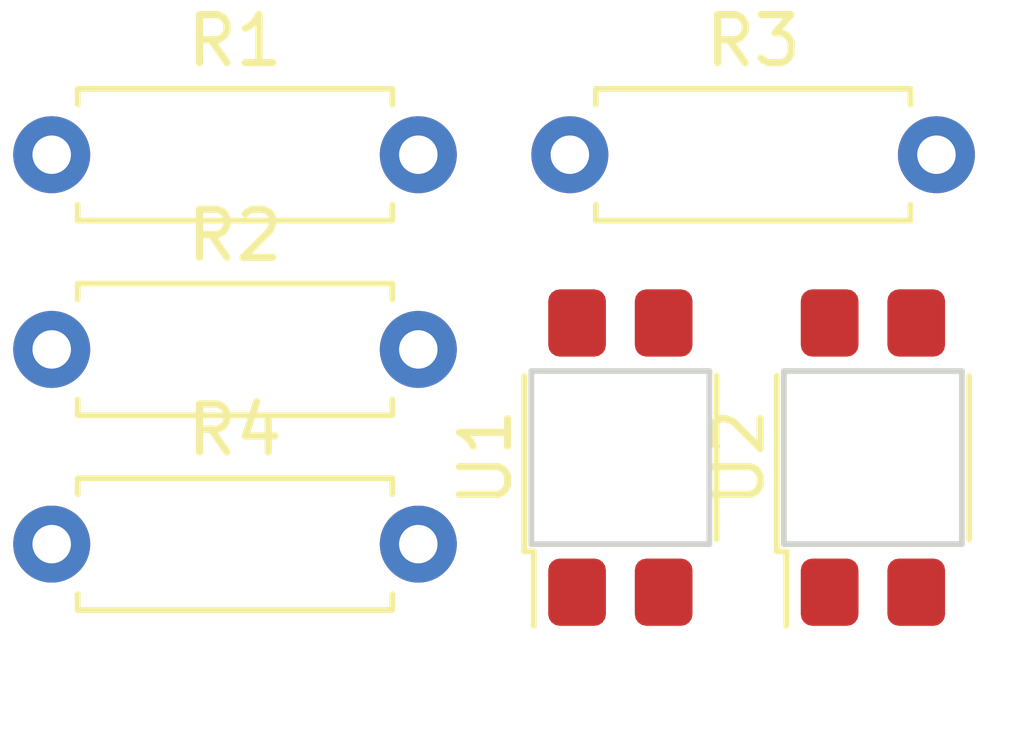
<source format=kicad_pcb>
(kicad_pcb (version 20171130) (host pcbnew 5.1.5+dfsg1-2build2)

  (general
    (thickness 1.6)
    (drawings 0)
    (tracks 0)
    (zones 0)
    (modules 6)
    (nets 7)
  )

  (page A4)
  (layers
    (0 F.Cu signal)
    (31 B.Cu signal)
    (32 B.Adhes user)
    (33 F.Adhes user)
    (34 B.Paste user)
    (35 F.Paste user)
    (36 B.SilkS user)
    (37 F.SilkS user)
    (38 B.Mask user)
    (39 F.Mask user)
    (40 Dwgs.User user)
    (41 Cmts.User user)
    (42 Eco1.User user)
    (43 Eco2.User user)
    (44 Edge.Cuts user)
    (45 Margin user)
    (46 B.CrtYd user)
    (47 F.CrtYd user)
    (48 B.Fab user)
    (49 F.Fab user)
  )

  (setup
    (last_trace_width 0.25)
    (trace_clearance 0.2)
    (zone_clearance 0.508)
    (zone_45_only no)
    (trace_min 0.2)
    (via_size 0.8)
    (via_drill 0.4)
    (via_min_size 0.4)
    (via_min_drill 0.3)
    (uvia_size 0.3)
    (uvia_drill 0.1)
    (uvias_allowed no)
    (uvia_min_size 0.2)
    (uvia_min_drill 0.1)
    (edge_width 0.05)
    (segment_width 0.2)
    (pcb_text_width 0.3)
    (pcb_text_size 1.5 1.5)
    (mod_edge_width 0.12)
    (mod_text_size 1 1)
    (mod_text_width 0.15)
    (pad_size 1.524 1.524)
    (pad_drill 0.762)
    (pad_to_mask_clearance 0.051)
    (solder_mask_min_width 0.25)
    (aux_axis_origin 0 0)
    (visible_elements FFFFFF7F)
    (pcbplotparams
      (layerselection 0x010fc_ffffffff)
      (usegerberextensions false)
      (usegerberattributes false)
      (usegerberadvancedattributes false)
      (creategerberjobfile false)
      (excludeedgelayer true)
      (linewidth 0.100000)
      (plotframeref false)
      (viasonmask false)
      (mode 1)
      (useauxorigin false)
      (hpglpennumber 1)
      (hpglpenspeed 20)
      (hpglpendiameter 15.000000)
      (psnegative false)
      (psa4output false)
      (plotreference true)
      (plotvalue true)
      (plotinvisibletext false)
      (padsonsilk false)
      (subtractmaskfromsilk false)
      (outputformat 1)
      (mirror false)
      (drillshape 1)
      (scaleselection 1)
      (outputdirectory ""))
  )

  (net 0 "")
  (net 1 "Net-(R1-Pad2)")
  (net 2 +3V3)
  (net 3 A4)
  (net 4 "Net-(R3-Pad2)")
  (net 5 A5)
  (net 6 GND)

  (net_class Default "This is the default net class."
    (clearance 0.2)
    (trace_width 0.25)
    (via_dia 0.8)
    (via_drill 0.4)
    (uvia_dia 0.3)
    (uvia_drill 0.1)
    (add_net +3V3)
    (add_net A4)
    (add_net A5)
    (add_net GND)
    (add_net "Net-(R1-Pad2)")
    (add_net "Net-(R3-Pad2)")
  )

  (module OptoDevice:Everlight_ITR8307 (layer F.Cu) (tedit 5B870839) (tstamp 5EEF8B5F)
    (at 46.145001 36.325001)
    (descr "package for Everlight ITR8307 with PCB cutout, light-direction upwards, see http://www.everlight.com/file/ProductFile/ITR8307.pdf")
    (tags "refective opto couple photo coupler")
    (path /5EEF93BB)
    (attr smd)
    (fp_text reference U2 (at -2.8 0 90) (layer F.SilkS)
      (effects (font (size 1 1) (thickness 0.15)))
    )
    (fp_text value ITR8307 (at 0 4.8) (layer F.Fab)
      (effects (font (size 1 1) (thickness 0.15)))
    )
    (fp_line (start 2.1 3.75) (end -2.1 3.75) (layer F.CrtYd) (width 0.05))
    (fp_line (start 2.1 3.75) (end 2.1 -3.75) (layer F.CrtYd) (width 0.05))
    (fp_line (start -2.1 -3.75) (end -2.1 3.75) (layer F.CrtYd) (width 0.05))
    (fp_line (start -2.1 -3.75) (end 2.1 -3.75) (layer F.CrtYd) (width 0.05))
    (fp_line (start 1.6 -1.3) (end 1.6 1.3) (layer F.Fab) (width 0.1))
    (fp_line (start 1.6 1.3) (end -1.6 1.3) (layer F.Fab) (width 0.1))
    (fp_line (start -1.6 1.3) (end -1.6 -0.8) (layer F.Fab) (width 0.1))
    (fp_line (start -1.1 -1.3) (end 1.6 -1.3) (layer F.Fab) (width 0.1))
    (fp_line (start -1.6 -0.8) (end -1.1 -1.3) (layer F.Fab) (width 0.1))
    (fp_line (start 0.5 1.3) (end 0.5 3.4) (layer F.Fab) (width 0.1))
    (fp_line (start 0.5 3.4) (end 1.3 3.4) (layer F.Fab) (width 0.1))
    (fp_line (start 1.3 3.4) (end 1.3 1.3) (layer F.Fab) (width 0.1))
    (fp_line (start -0.5 1.3) (end -0.5 3.4) (layer F.Fab) (width 0.1))
    (fp_line (start -0.5 3.4) (end -1.3 3.4) (layer F.Fab) (width 0.1))
    (fp_line (start -1.3 3.4) (end -1.3 1.3) (layer F.Fab) (width 0.1))
    (fp_line (start -1.3 -3.3) (end -1.3 -1.1) (layer F.Fab) (width 0.1))
    (fp_line (start -1.3 -3.3) (end -0.5 -3.3) (layer F.Fab) (width 0.1))
    (fp_line (start -0.5 -3.3) (end -0.5 -1.3) (layer F.Fab) (width 0.1))
    (fp_line (start 0.5 -1.3) (end 0.5 -3.3) (layer F.Fab) (width 0.1))
    (fp_line (start 0.5 -3.3) (end 1.3 -3.3) (layer F.Fab) (width 0.1))
    (fp_line (start 1.3 -3.3) (end 1.3 -1.3) (layer F.Fab) (width 0.1))
    (fp_line (start -1.85 1.8) (end -1.85 -1.8) (layer Edge.Cuts) (width 0.12))
    (fp_line (start -1.85 -1.8) (end 1.85 -1.8) (layer Edge.Cuts) (width 0.12))
    (fp_line (start 1.85 -1.8) (end 1.85 1.8) (layer Edge.Cuts) (width 0.12))
    (fp_line (start 1.85 1.8) (end -1.85 1.8) (layer Edge.Cuts) (width 0.12))
    (fp_line (start -2 1.95) (end -2 -1.7) (layer F.SilkS) (width 0.12))
    (fp_line (start -2 1.95) (end -1.8 1.95) (layer F.SilkS) (width 0.12))
    (fp_line (start -1.8 3.5) (end -1.8 1.95) (layer F.SilkS) (width 0.12))
    (fp_line (start 2 1.7) (end 2 -1.7) (layer F.SilkS) (width 0.12))
    (fp_text user %R (at 0 0.2) (layer F.Fab)
      (effects (font (size 0.75 0.75) (thickness 0.15)))
    )
    (pad 4 smd roundrect (at 0.9 -2.8) (size 1.2 1.4) (layers F.Cu F.Paste F.Mask) (roundrect_rratio 0.2)
      (net 6 GND))
    (pad 2 smd roundrect (at -0.9 -2.8) (size 1.2 1.4) (layers F.Cu F.Paste F.Mask) (roundrect_rratio 0.2)
      (net 4 "Net-(R3-Pad2)"))
    (pad 1 smd roundrect (at -0.9 2.8) (size 1.2 1.4) (layers F.Cu F.Paste F.Mask) (roundrect_rratio 0.2)
      (net 6 GND))
    (pad 3 smd roundrect (at 0.9 2.8) (size 1.2 1.4) (layers F.Cu F.Paste F.Mask) (roundrect_rratio 0.2)
      (net 5 A5))
    (model ${KISYS3DMOD}/OptoDevice.3dshapes/Everlight_ITR8307.wrl
      (at (xyz 0 0 0))
      (scale (xyz 1 1 1))
      (rotate (xyz 0 0 0))
    )
  )

  (module OptoDevice:Everlight_ITR8307 (layer F.Cu) (tedit 5B870839) (tstamp 5EEF8B39)
    (at 40.895001 36.325001)
    (descr "package for Everlight ITR8307 with PCB cutout, light-direction upwards, see http://www.everlight.com/file/ProductFile/ITR8307.pdf")
    (tags "refective opto couple photo coupler")
    (path /5EEF8A34)
    (attr smd)
    (fp_text reference U1 (at -2.8 0 90) (layer F.SilkS)
      (effects (font (size 1 1) (thickness 0.15)))
    )
    (fp_text value ITR8307 (at 0 4.8) (layer F.Fab)
      (effects (font (size 1 1) (thickness 0.15)))
    )
    (fp_line (start 2.1 3.75) (end -2.1 3.75) (layer F.CrtYd) (width 0.05))
    (fp_line (start 2.1 3.75) (end 2.1 -3.75) (layer F.CrtYd) (width 0.05))
    (fp_line (start -2.1 -3.75) (end -2.1 3.75) (layer F.CrtYd) (width 0.05))
    (fp_line (start -2.1 -3.75) (end 2.1 -3.75) (layer F.CrtYd) (width 0.05))
    (fp_line (start 1.6 -1.3) (end 1.6 1.3) (layer F.Fab) (width 0.1))
    (fp_line (start 1.6 1.3) (end -1.6 1.3) (layer F.Fab) (width 0.1))
    (fp_line (start -1.6 1.3) (end -1.6 -0.8) (layer F.Fab) (width 0.1))
    (fp_line (start -1.1 -1.3) (end 1.6 -1.3) (layer F.Fab) (width 0.1))
    (fp_line (start -1.6 -0.8) (end -1.1 -1.3) (layer F.Fab) (width 0.1))
    (fp_line (start 0.5 1.3) (end 0.5 3.4) (layer F.Fab) (width 0.1))
    (fp_line (start 0.5 3.4) (end 1.3 3.4) (layer F.Fab) (width 0.1))
    (fp_line (start 1.3 3.4) (end 1.3 1.3) (layer F.Fab) (width 0.1))
    (fp_line (start -0.5 1.3) (end -0.5 3.4) (layer F.Fab) (width 0.1))
    (fp_line (start -0.5 3.4) (end -1.3 3.4) (layer F.Fab) (width 0.1))
    (fp_line (start -1.3 3.4) (end -1.3 1.3) (layer F.Fab) (width 0.1))
    (fp_line (start -1.3 -3.3) (end -1.3 -1.1) (layer F.Fab) (width 0.1))
    (fp_line (start -1.3 -3.3) (end -0.5 -3.3) (layer F.Fab) (width 0.1))
    (fp_line (start -0.5 -3.3) (end -0.5 -1.3) (layer F.Fab) (width 0.1))
    (fp_line (start 0.5 -1.3) (end 0.5 -3.3) (layer F.Fab) (width 0.1))
    (fp_line (start 0.5 -3.3) (end 1.3 -3.3) (layer F.Fab) (width 0.1))
    (fp_line (start 1.3 -3.3) (end 1.3 -1.3) (layer F.Fab) (width 0.1))
    (fp_line (start -1.85 1.8) (end -1.85 -1.8) (layer Edge.Cuts) (width 0.12))
    (fp_line (start -1.85 -1.8) (end 1.85 -1.8) (layer Edge.Cuts) (width 0.12))
    (fp_line (start 1.85 -1.8) (end 1.85 1.8) (layer Edge.Cuts) (width 0.12))
    (fp_line (start 1.85 1.8) (end -1.85 1.8) (layer Edge.Cuts) (width 0.12))
    (fp_line (start -2 1.95) (end -2 -1.7) (layer F.SilkS) (width 0.12))
    (fp_line (start -2 1.95) (end -1.8 1.95) (layer F.SilkS) (width 0.12))
    (fp_line (start -1.8 3.5) (end -1.8 1.95) (layer F.SilkS) (width 0.12))
    (fp_line (start 2 1.7) (end 2 -1.7) (layer F.SilkS) (width 0.12))
    (fp_text user %R (at 0 0.2) (layer F.Fab)
      (effects (font (size 0.75 0.75) (thickness 0.15)))
    )
    (pad 4 smd roundrect (at 0.9 -2.8) (size 1.2 1.4) (layers F.Cu F.Paste F.Mask) (roundrect_rratio 0.2)
      (net 6 GND))
    (pad 2 smd roundrect (at -0.9 -2.8) (size 1.2 1.4) (layers F.Cu F.Paste F.Mask) (roundrect_rratio 0.2)
      (net 1 "Net-(R1-Pad2)"))
    (pad 1 smd roundrect (at -0.9 2.8) (size 1.2 1.4) (layers F.Cu F.Paste F.Mask) (roundrect_rratio 0.2)
      (net 6 GND))
    (pad 3 smd roundrect (at 0.9 2.8) (size 1.2 1.4) (layers F.Cu F.Paste F.Mask) (roundrect_rratio 0.2)
      (net 3 A4))
    (model ${KISYS3DMOD}/OptoDevice.3dshapes/Everlight_ITR8307.wrl
      (at (xyz 0 0 0))
      (scale (xyz 1 1 1))
      (rotate (xyz 0 0 0))
    )
  )

  (module Resistor_THT:R_Axial_DIN0207_L6.3mm_D2.5mm_P7.62mm_Horizontal (layer F.Cu) (tedit 5AE5139B) (tstamp 5EEF8B13)
    (at 29.075001 38.125001)
    (descr "Resistor, Axial_DIN0207 series, Axial, Horizontal, pin pitch=7.62mm, 0.25W = 1/4W, length*diameter=6.3*2.5mm^2, http://cdn-reichelt.de/documents/datenblatt/B400/1_4W%23YAG.pdf")
    (tags "Resistor Axial_DIN0207 series Axial Horizontal pin pitch 7.62mm 0.25W = 1/4W length 6.3mm diameter 2.5mm")
    (path /5EF000F1)
    (fp_text reference R4 (at 3.81 -2.37) (layer F.SilkS)
      (effects (font (size 1 1) (thickness 0.15)))
    )
    (fp_text value 8.2K (at 3.81 2.37) (layer F.Fab)
      (effects (font (size 1 1) (thickness 0.15)))
    )
    (fp_text user %R (at 3.81 0) (layer F.Fab)
      (effects (font (size 1 1) (thickness 0.15)))
    )
    (fp_line (start 8.67 -1.5) (end -1.05 -1.5) (layer F.CrtYd) (width 0.05))
    (fp_line (start 8.67 1.5) (end 8.67 -1.5) (layer F.CrtYd) (width 0.05))
    (fp_line (start -1.05 1.5) (end 8.67 1.5) (layer F.CrtYd) (width 0.05))
    (fp_line (start -1.05 -1.5) (end -1.05 1.5) (layer F.CrtYd) (width 0.05))
    (fp_line (start 7.08 1.37) (end 7.08 1.04) (layer F.SilkS) (width 0.12))
    (fp_line (start 0.54 1.37) (end 7.08 1.37) (layer F.SilkS) (width 0.12))
    (fp_line (start 0.54 1.04) (end 0.54 1.37) (layer F.SilkS) (width 0.12))
    (fp_line (start 7.08 -1.37) (end 7.08 -1.04) (layer F.SilkS) (width 0.12))
    (fp_line (start 0.54 -1.37) (end 7.08 -1.37) (layer F.SilkS) (width 0.12))
    (fp_line (start 0.54 -1.04) (end 0.54 -1.37) (layer F.SilkS) (width 0.12))
    (fp_line (start 7.62 0) (end 6.96 0) (layer F.Fab) (width 0.1))
    (fp_line (start 0 0) (end 0.66 0) (layer F.Fab) (width 0.1))
    (fp_line (start 6.96 -1.25) (end 0.66 -1.25) (layer F.Fab) (width 0.1))
    (fp_line (start 6.96 1.25) (end 6.96 -1.25) (layer F.Fab) (width 0.1))
    (fp_line (start 0.66 1.25) (end 6.96 1.25) (layer F.Fab) (width 0.1))
    (fp_line (start 0.66 -1.25) (end 0.66 1.25) (layer F.Fab) (width 0.1))
    (pad 2 thru_hole oval (at 7.62 0) (size 1.6 1.6) (drill 0.8) (layers *.Cu *.Mask)
      (net 5 A5))
    (pad 1 thru_hole circle (at 0 0) (size 1.6 1.6) (drill 0.8) (layers *.Cu *.Mask)
      (net 2 +3V3))
    (model ${KISYS3DMOD}/Resistor_THT.3dshapes/R_Axial_DIN0207_L6.3mm_D2.5mm_P7.62mm_Horizontal.wrl
      (at (xyz 0 0 0))
      (scale (xyz 1 1 1))
      (rotate (xyz 0 0 0))
    )
  )

  (module Resistor_THT:R_Axial_DIN0207_L6.3mm_D2.5mm_P7.62mm_Horizontal (layer F.Cu) (tedit 5AE5139B) (tstamp 5EEF8AFC)
    (at 39.845001 30.025001)
    (descr "Resistor, Axial_DIN0207 series, Axial, Horizontal, pin pitch=7.62mm, 0.25W = 1/4W, length*diameter=6.3*2.5mm^2, http://cdn-reichelt.de/documents/datenblatt/B400/1_4W%23YAG.pdf")
    (tags "Resistor Axial_DIN0207 series Axial Horizontal pin pitch 7.62mm 0.25W = 1/4W length 6.3mm diameter 2.5mm")
    (path /5EEFFEA8)
    (fp_text reference R3 (at 3.81 -2.37) (layer F.SilkS)
      (effects (font (size 1 1) (thickness 0.15)))
    )
    (fp_text value 120 (at 3.81 2.37) (layer F.Fab)
      (effects (font (size 1 1) (thickness 0.15)))
    )
    (fp_text user %R (at 3.81 0) (layer F.Fab)
      (effects (font (size 1 1) (thickness 0.15)))
    )
    (fp_line (start 8.67 -1.5) (end -1.05 -1.5) (layer F.CrtYd) (width 0.05))
    (fp_line (start 8.67 1.5) (end 8.67 -1.5) (layer F.CrtYd) (width 0.05))
    (fp_line (start -1.05 1.5) (end 8.67 1.5) (layer F.CrtYd) (width 0.05))
    (fp_line (start -1.05 -1.5) (end -1.05 1.5) (layer F.CrtYd) (width 0.05))
    (fp_line (start 7.08 1.37) (end 7.08 1.04) (layer F.SilkS) (width 0.12))
    (fp_line (start 0.54 1.37) (end 7.08 1.37) (layer F.SilkS) (width 0.12))
    (fp_line (start 0.54 1.04) (end 0.54 1.37) (layer F.SilkS) (width 0.12))
    (fp_line (start 7.08 -1.37) (end 7.08 -1.04) (layer F.SilkS) (width 0.12))
    (fp_line (start 0.54 -1.37) (end 7.08 -1.37) (layer F.SilkS) (width 0.12))
    (fp_line (start 0.54 -1.04) (end 0.54 -1.37) (layer F.SilkS) (width 0.12))
    (fp_line (start 7.62 0) (end 6.96 0) (layer F.Fab) (width 0.1))
    (fp_line (start 0 0) (end 0.66 0) (layer F.Fab) (width 0.1))
    (fp_line (start 6.96 -1.25) (end 0.66 -1.25) (layer F.Fab) (width 0.1))
    (fp_line (start 6.96 1.25) (end 6.96 -1.25) (layer F.Fab) (width 0.1))
    (fp_line (start 0.66 1.25) (end 6.96 1.25) (layer F.Fab) (width 0.1))
    (fp_line (start 0.66 -1.25) (end 0.66 1.25) (layer F.Fab) (width 0.1))
    (pad 2 thru_hole oval (at 7.62 0) (size 1.6 1.6) (drill 0.8) (layers *.Cu *.Mask)
      (net 4 "Net-(R3-Pad2)"))
    (pad 1 thru_hole circle (at 0 0) (size 1.6 1.6) (drill 0.8) (layers *.Cu *.Mask)
      (net 2 +3V3))
    (model ${KISYS3DMOD}/Resistor_THT.3dshapes/R_Axial_DIN0207_L6.3mm_D2.5mm_P7.62mm_Horizontal.wrl
      (at (xyz 0 0 0))
      (scale (xyz 1 1 1))
      (rotate (xyz 0 0 0))
    )
  )

  (module Resistor_THT:R_Axial_DIN0207_L6.3mm_D2.5mm_P7.62mm_Horizontal (layer F.Cu) (tedit 5AE5139B) (tstamp 5EEF8AE5)
    (at 29.075001 34.075001)
    (descr "Resistor, Axial_DIN0207 series, Axial, Horizontal, pin pitch=7.62mm, 0.25W = 1/4W, length*diameter=6.3*2.5mm^2, http://cdn-reichelt.de/documents/datenblatt/B400/1_4W%23YAG.pdf")
    (tags "Resistor Axial_DIN0207 series Axial Horizontal pin pitch 7.62mm 0.25W = 1/4W length 6.3mm diameter 2.5mm")
    (path /5EEFF9B5)
    (fp_text reference R2 (at 3.81 -2.37) (layer F.SilkS)
      (effects (font (size 1 1) (thickness 0.15)))
    )
    (fp_text value 8.2K (at 3.81 2.37) (layer F.Fab)
      (effects (font (size 1 1) (thickness 0.15)))
    )
    (fp_text user %R (at 3.81 0) (layer F.Fab)
      (effects (font (size 1 1) (thickness 0.15)))
    )
    (fp_line (start 8.67 -1.5) (end -1.05 -1.5) (layer F.CrtYd) (width 0.05))
    (fp_line (start 8.67 1.5) (end 8.67 -1.5) (layer F.CrtYd) (width 0.05))
    (fp_line (start -1.05 1.5) (end 8.67 1.5) (layer F.CrtYd) (width 0.05))
    (fp_line (start -1.05 -1.5) (end -1.05 1.5) (layer F.CrtYd) (width 0.05))
    (fp_line (start 7.08 1.37) (end 7.08 1.04) (layer F.SilkS) (width 0.12))
    (fp_line (start 0.54 1.37) (end 7.08 1.37) (layer F.SilkS) (width 0.12))
    (fp_line (start 0.54 1.04) (end 0.54 1.37) (layer F.SilkS) (width 0.12))
    (fp_line (start 7.08 -1.37) (end 7.08 -1.04) (layer F.SilkS) (width 0.12))
    (fp_line (start 0.54 -1.37) (end 7.08 -1.37) (layer F.SilkS) (width 0.12))
    (fp_line (start 0.54 -1.04) (end 0.54 -1.37) (layer F.SilkS) (width 0.12))
    (fp_line (start 7.62 0) (end 6.96 0) (layer F.Fab) (width 0.1))
    (fp_line (start 0 0) (end 0.66 0) (layer F.Fab) (width 0.1))
    (fp_line (start 6.96 -1.25) (end 0.66 -1.25) (layer F.Fab) (width 0.1))
    (fp_line (start 6.96 1.25) (end 6.96 -1.25) (layer F.Fab) (width 0.1))
    (fp_line (start 0.66 1.25) (end 6.96 1.25) (layer F.Fab) (width 0.1))
    (fp_line (start 0.66 -1.25) (end 0.66 1.25) (layer F.Fab) (width 0.1))
    (pad 2 thru_hole oval (at 7.62 0) (size 1.6 1.6) (drill 0.8) (layers *.Cu *.Mask)
      (net 3 A4))
    (pad 1 thru_hole circle (at 0 0) (size 1.6 1.6) (drill 0.8) (layers *.Cu *.Mask)
      (net 2 +3V3))
    (model ${KISYS3DMOD}/Resistor_THT.3dshapes/R_Axial_DIN0207_L6.3mm_D2.5mm_P7.62mm_Horizontal.wrl
      (at (xyz 0 0 0))
      (scale (xyz 1 1 1))
      (rotate (xyz 0 0 0))
    )
  )

  (module Resistor_THT:R_Axial_DIN0207_L6.3mm_D2.5mm_P7.62mm_Horizontal (layer F.Cu) (tedit 5AE5139B) (tstamp 5EEF8ACE)
    (at 29.075001 30.025001)
    (descr "Resistor, Axial_DIN0207 series, Axial, Horizontal, pin pitch=7.62mm, 0.25W = 1/4W, length*diameter=6.3*2.5mm^2, http://cdn-reichelt.de/documents/datenblatt/B400/1_4W%23YAG.pdf")
    (tags "Resistor Axial_DIN0207 series Axial Horizontal pin pitch 7.62mm 0.25W = 1/4W length 6.3mm diameter 2.5mm")
    (path /5EEFDC57)
    (fp_text reference R1 (at 3.81 -2.37) (layer F.SilkS)
      (effects (font (size 1 1) (thickness 0.15)))
    )
    (fp_text value 120 (at 3.81 2.37) (layer F.Fab)
      (effects (font (size 1 1) (thickness 0.15)))
    )
    (fp_text user %R (at 3.81 0) (layer F.Fab)
      (effects (font (size 1 1) (thickness 0.15)))
    )
    (fp_line (start 8.67 -1.5) (end -1.05 -1.5) (layer F.CrtYd) (width 0.05))
    (fp_line (start 8.67 1.5) (end 8.67 -1.5) (layer F.CrtYd) (width 0.05))
    (fp_line (start -1.05 1.5) (end 8.67 1.5) (layer F.CrtYd) (width 0.05))
    (fp_line (start -1.05 -1.5) (end -1.05 1.5) (layer F.CrtYd) (width 0.05))
    (fp_line (start 7.08 1.37) (end 7.08 1.04) (layer F.SilkS) (width 0.12))
    (fp_line (start 0.54 1.37) (end 7.08 1.37) (layer F.SilkS) (width 0.12))
    (fp_line (start 0.54 1.04) (end 0.54 1.37) (layer F.SilkS) (width 0.12))
    (fp_line (start 7.08 -1.37) (end 7.08 -1.04) (layer F.SilkS) (width 0.12))
    (fp_line (start 0.54 -1.37) (end 7.08 -1.37) (layer F.SilkS) (width 0.12))
    (fp_line (start 0.54 -1.04) (end 0.54 -1.37) (layer F.SilkS) (width 0.12))
    (fp_line (start 7.62 0) (end 6.96 0) (layer F.Fab) (width 0.1))
    (fp_line (start 0 0) (end 0.66 0) (layer F.Fab) (width 0.1))
    (fp_line (start 6.96 -1.25) (end 0.66 -1.25) (layer F.Fab) (width 0.1))
    (fp_line (start 6.96 1.25) (end 6.96 -1.25) (layer F.Fab) (width 0.1))
    (fp_line (start 0.66 1.25) (end 6.96 1.25) (layer F.Fab) (width 0.1))
    (fp_line (start 0.66 -1.25) (end 0.66 1.25) (layer F.Fab) (width 0.1))
    (pad 2 thru_hole oval (at 7.62 0) (size 1.6 1.6) (drill 0.8) (layers *.Cu *.Mask)
      (net 1 "Net-(R1-Pad2)"))
    (pad 1 thru_hole circle (at 0 0) (size 1.6 1.6) (drill 0.8) (layers *.Cu *.Mask)
      (net 2 +3V3))
    (model ${KISYS3DMOD}/Resistor_THT.3dshapes/R_Axial_DIN0207_L6.3mm_D2.5mm_P7.62mm_Horizontal.wrl
      (at (xyz 0 0 0))
      (scale (xyz 1 1 1))
      (rotate (xyz 0 0 0))
    )
  )

)

</source>
